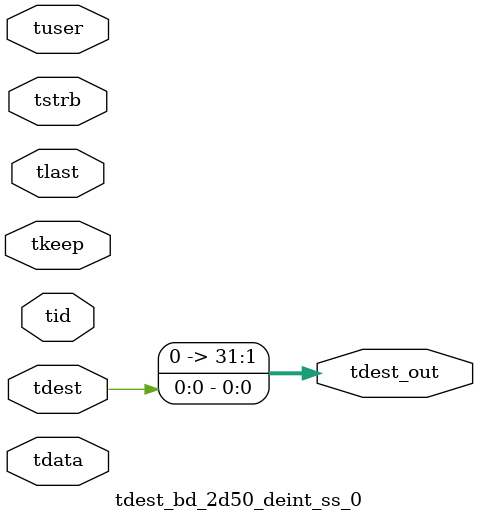
<source format=v>


`timescale 1ps/1ps

module tdest_bd_2d50_deint_ss_0 #
(
parameter C_S_AXIS_TDATA_WIDTH = 32,
parameter C_S_AXIS_TUSER_WIDTH = 0,
parameter C_S_AXIS_TID_WIDTH   = 0,
parameter C_S_AXIS_TDEST_WIDTH = 0,
parameter C_M_AXIS_TDEST_WIDTH = 32
)
(
input  [(C_S_AXIS_TDATA_WIDTH == 0 ? 1 : C_S_AXIS_TDATA_WIDTH)-1:0     ] tdata,
input  [(C_S_AXIS_TUSER_WIDTH == 0 ? 1 : C_S_AXIS_TUSER_WIDTH)-1:0     ] tuser,
input  [(C_S_AXIS_TID_WIDTH   == 0 ? 1 : C_S_AXIS_TID_WIDTH)-1:0       ] tid,
input  [(C_S_AXIS_TDEST_WIDTH == 0 ? 1 : C_S_AXIS_TDEST_WIDTH)-1:0     ] tdest,
input  [(C_S_AXIS_TDATA_WIDTH/8)-1:0 ] tkeep,
input  [(C_S_AXIS_TDATA_WIDTH/8)-1:0 ] tstrb,
input                                                                    tlast,
output [C_M_AXIS_TDEST_WIDTH-1:0] tdest_out
);

assign tdest_out = {tdest[0:0]};

endmodule


</source>
